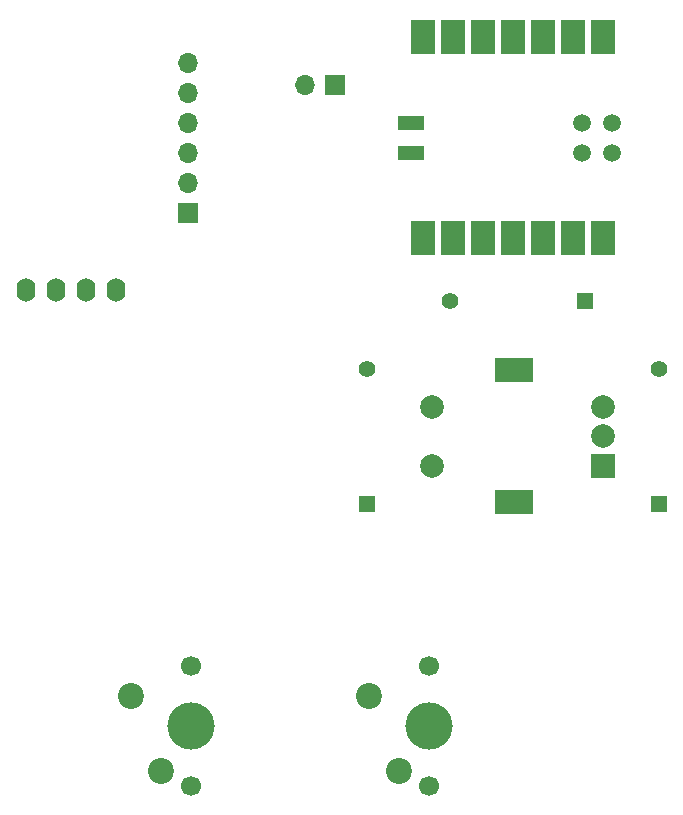
<source format=gbr>
%TF.GenerationSoftware,KiCad,Pcbnew,7.0.10*%
%TF.CreationDate,2025-02-10T10:38:22-05:00*%
%TF.ProjectId,Hackpad,4861636b-7061-4642-9e6b-696361645f70,rev?*%
%TF.SameCoordinates,Original*%
%TF.FileFunction,Soldermask,Top*%
%TF.FilePolarity,Negative*%
%FSLAX46Y46*%
G04 Gerber Fmt 4.6, Leading zero omitted, Abs format (unit mm)*
G04 Created by KiCad (PCBNEW 7.0.10) date 2025-02-10 10:38:22*
%MOMM*%
%LPD*%
G01*
G04 APERTURE LIST*
%ADD10R,1.700000X1.700000*%
%ADD11O,1.700000X1.700000*%
%ADD12R,1.397000X1.397000*%
%ADD13C,1.397000*%
%ADD14R,2.000000X3.000000*%
%ADD15C,1.500000*%
%ADD16R,2.300000X1.300000*%
%ADD17O,1.600000X2.000000*%
%ADD18C,1.700000*%
%ADD19C,4.000000*%
%ADD20C,2.200000*%
%ADD21R,2.000000X2.000000*%
%ADD22C,2.000000*%
%ADD23R,3.200000X2.000000*%
G04 APERTURE END LIST*
D10*
%TO.C,J1*%
X136080000Y-78120000D03*
D11*
X136080000Y-75580000D03*
X136080000Y-73040000D03*
X136080000Y-70500000D03*
X136080000Y-67960000D03*
X136080000Y-65420000D03*
%TD*%
D10*
%TO.C,J2*%
X148590000Y-67310000D03*
D11*
X146050000Y-67310000D03*
%TD*%
D12*
%TO.C,R2*%
X169715000Y-85570000D03*
D13*
X158285000Y-85570000D03*
%TD*%
D12*
%TO.C,R3*%
X176000000Y-102715000D03*
D13*
X176000000Y-91285000D03*
%TD*%
D14*
%TO.C,U1*%
X171230000Y-63230000D03*
X168690000Y-63230000D03*
X166150000Y-63230000D03*
X163610000Y-63230000D03*
X161070000Y-63230000D03*
X158530000Y-63230000D03*
X155990000Y-63230000D03*
X155990000Y-80230000D03*
X158530000Y-80230000D03*
X161070000Y-80230000D03*
X163610000Y-80230000D03*
X166150000Y-80230000D03*
X168690000Y-80230000D03*
X171230000Y-80230000D03*
D15*
X172000000Y-70460000D03*
X172000000Y-73000000D03*
X169460000Y-70460000D03*
X169460000Y-73000000D03*
D16*
X155010000Y-70460000D03*
X155010000Y-73000000D03*
%TD*%
D17*
%TO.C,Brd1*%
X122380000Y-84650000D03*
X124920000Y-84650000D03*
X127460000Y-84650000D03*
X130000000Y-84650000D03*
%TD*%
D18*
%TO.C,SW1*%
X136340000Y-126588700D03*
D19*
X136340000Y-121508700D03*
D18*
X136340000Y-116428700D03*
D20*
X131260000Y-118968700D03*
X133800000Y-125318700D03*
%TD*%
D18*
%TO.C,SW2*%
X156540000Y-126588700D03*
D19*
X156540000Y-121508700D03*
D18*
X156540000Y-116428700D03*
D20*
X151460000Y-118968700D03*
X154000000Y-125318700D03*
%TD*%
D21*
%TO.C,SW4*%
X171250000Y-99500000D03*
D22*
X171250000Y-94500000D03*
X171250000Y-97000000D03*
D23*
X163750000Y-102600000D03*
X163750000Y-91400000D03*
D22*
X156750000Y-94500000D03*
X156750000Y-99500000D03*
%TD*%
D12*
%TO.C,R1*%
X151300000Y-102715000D03*
D13*
X151300000Y-91285000D03*
%TD*%
M02*

</source>
